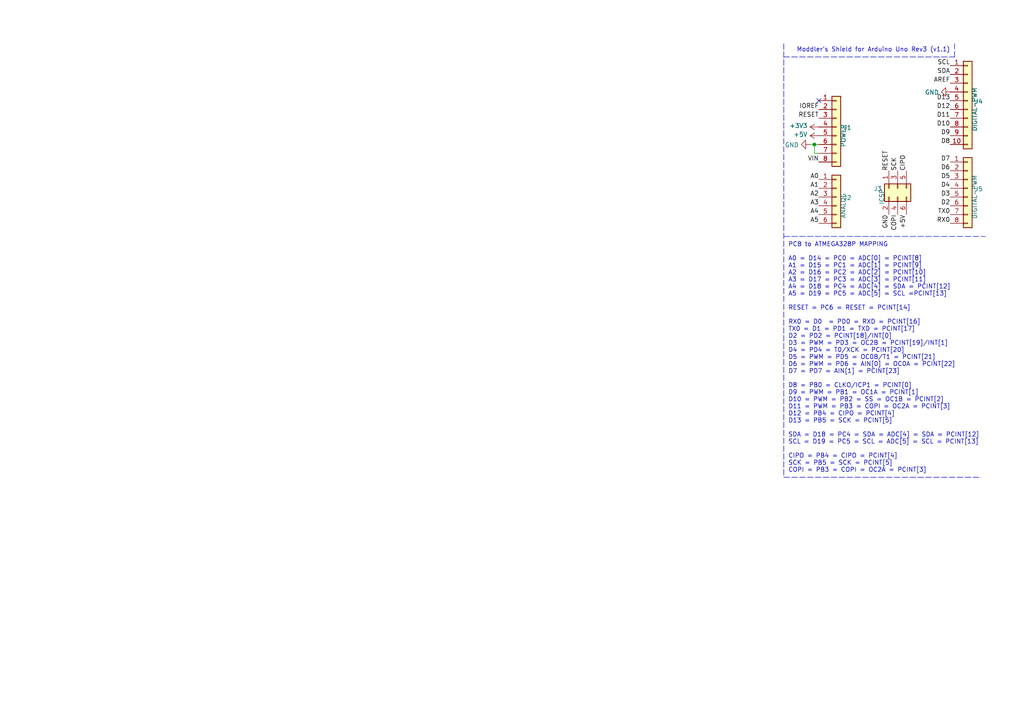
<source format=kicad_sch>
(kicad_sch (version 20211123) (generator eeschema)
  (paper "A4")
  (lib_symbols
    (symbol "Connector_Generic:Conn_01x06" (pin_names (offset 1.016) hide)
      (property "Reference" "J" (at 0 7.62 0))
      (property "Value" "Conn_01x06" (at 0 -10.16 0))
      (symbol "Conn_01x06_1_1"
        (rectangle (start -1.27 -7.493) (end 0 -7.747) (stroke (width 0.1524)))
        (rectangle (start -1.27 -4.953) (end 0 -5.207) (stroke (width 0.1524)))
        (rectangle (start -1.27 -2.413) (end 0 -2.667) (stroke (width 0.1524)))
        (rectangle (start -1.27 0.127) (end 0 -0.127) (stroke (width 0.1524)))
        (rectangle (start -1.27 2.667) (end 0 2.413) (stroke (width 0.1524)))
        (rectangle (start -1.27 5.207) (end 0 4.953) (stroke (width 0.1524)))
        (rectangle (start -1.27 6.35) (end 1.27 -8.89) (stroke (width 0.254)) (fill (type background)))
        (pin passive line (at -5.08 5.08 0) (length 3.81) (name "Pin_1") (number "1"))
        (pin passive line (at -5.08 2.54 0) (length 3.81) (name "Pin_2") (number "2"))
        (pin passive line (at -5.08 0 0) (length 3.81) (name "Pin_3") (number "3"))
        (pin passive line (at -5.08 -2.54 0) (length 3.81) (name "Pin_4") (number "4"))
        (pin passive line (at -5.08 -5.08 0) (length 3.81) (name "Pin_5") (number "5"))
        (pin passive line (at -5.08 -7.62 0) (length 3.81) (name "Pin_6") (number "6"))
      )
    )
    (symbol "Connector_Generic:Conn_01x08" (pin_names (offset 1.016) hide)
      (property "Reference" "J" (at 0 10.16 0))
      (property "Value" "Conn_01x08" (at 0 -12.7 0))
      (symbol "Conn_01x08_1_1"
        (rectangle (start -1.27 -10.033) (end 0 -10.287) (stroke (width 0.1524)))
        (rectangle (start -1.27 -7.493) (end 0 -7.747) (stroke (width 0.1524)))
        (rectangle (start -1.27 -4.953) (end 0 -5.207) (stroke (width 0.1524)))
        (rectangle (start -1.27 -2.413) (end 0 -2.667) (stroke (width 0.1524)))
        (rectangle (start -1.27 0.127) (end 0 -0.127) (stroke (width 0.1524)))
        (rectangle (start -1.27 2.667) (end 0 2.413) (stroke (width 0.1524)))
        (rectangle (start -1.27 5.207) (end 0 4.953) (stroke (width 0.1524)))
        (rectangle (start -1.27 7.747) (end 0 7.493) (stroke (width 0.1524)))
        (rectangle (start -1.27 8.89) (end 1.27 -11.43) (stroke (width 0.254)) (fill (type background)))
        (pin passive line (at -5.08 7.62 0) (length 3.81) (name "Pin_1") (number "1"))
        (pin passive line (at -5.08 5.08 0) (length 3.81) (name "Pin_2") (number "2"))
        (pin passive line (at -5.08 2.54 0) (length 3.81) (name "Pin_3") (number "3"))
        (pin passive line (at -5.08 0 0) (length 3.81) (name "Pin_4") (number "4"))
        (pin passive line (at -5.08 -2.54 0) (length 3.81) (name "Pin_5") (number "5"))
        (pin passive line (at -5.08 -5.08 0) (length 3.81) (name "Pin_6") (number "6"))
        (pin passive line (at -5.08 -7.62 0) (length 3.81) (name "Pin_7") (number "7"))
        (pin passive line (at -5.08 -10.16 0) (length 3.81) (name "Pin_8") (number "8"))
      )
    )
    (symbol "Connector_Generic:Conn_01x10" (pin_names (offset 1.016) hide)
      (property "Reference" "J" (at 0 12.7 0))
      (property "Value" "Conn_01x10" (at 0 -15.24 0))
      (symbol "Conn_01x10_1_1"
        (rectangle (start -1.27 -12.573) (end 0 -12.827) (stroke (width 0.1524)))
        (rectangle (start -1.27 -10.033) (end 0 -10.287) (stroke (width 0.1524)))
        (rectangle (start -1.27 -7.493) (end 0 -7.747) (stroke (width 0.1524)))
        (rectangle (start -1.27 -4.953) (end 0 -5.207) (stroke (width 0.1524)))
        (rectangle (start -1.27 -2.413) (end 0 -2.667) (stroke (width 0.1524)))
        (rectangle (start -1.27 0.127) (end 0 -0.127) (stroke (width 0.1524)))
        (rectangle (start -1.27 2.667) (end 0 2.413) (stroke (width 0.1524)))
        (rectangle (start -1.27 5.207) (end 0 4.953) (stroke (width 0.1524)))
        (rectangle (start -1.27 7.747) (end 0 7.493) (stroke (width 0.1524)))
        (rectangle (start -1.27 10.287) (end 0 10.033) (stroke (width 0.1524)))
        (rectangle (start -1.27 11.43) (end 1.27 -13.97) (stroke (width 0.254)) (fill (type background)))
        (pin passive line (at -5.08 10.16 0) (length 3.81) (name "Pin_1") (number "1"))
        (pin passive line (at -5.08 -12.7 0) (length 3.81) (name "Pin_10") (number "10"))
        (pin passive line (at -5.08 7.62 0) (length 3.81) (name "Pin_2") (number "2"))
        (pin passive line (at -5.08 5.08 0) (length 3.81) (name "Pin_3") (number "3"))
        (pin passive line (at -5.08 2.54 0) (length 3.81) (name "Pin_4") (number "4"))
        (pin passive line (at -5.08 0 0) (length 3.81) (name "Pin_5") (number "5"))
        (pin passive line (at -5.08 -2.54 0) (length 3.81) (name "Pin_6") (number "6"))
        (pin passive line (at -5.08 -5.08 0) (length 3.81) (name "Pin_7") (number "7"))
        (pin passive line (at -5.08 -7.62 0) (length 3.81) (name "Pin_8") (number "8"))
        (pin passive line (at -5.08 -10.16 0) (length 3.81) (name "Pin_9") (number "9"))
      )
    )
    (symbol "Connector_Generic:Conn_02x03_Odd_Even" (pin_names (offset 1.016) hide)
      (property "Reference" "J" (at 1.27 5.08 0))
      (property "Value" "Conn_02x03_Odd_Even" (at 1.27 -5.08 0))
      (symbol "Conn_02x03_Odd_Even_1_1"
        (rectangle (start -1.27 -2.413) (end 0 -2.667) (stroke (width 0.1524)))
        (rectangle (start -1.27 0.127) (end 0 -0.127) (stroke (width 0.1524)))
        (rectangle (start -1.27 2.667) (end 0 2.413) (stroke (width 0.1524)))
        (rectangle (start -1.27 3.81) (end 3.81 -3.81) (stroke (width 0.254)) (fill (type background)))
        (rectangle (start 3.81 -2.413) (end 2.54 -2.667) (stroke (width 0.1524)))
        (rectangle (start 3.81 0.127) (end 2.54 -0.127) (stroke (width 0.1524)))
        (rectangle (start 3.81 2.667) (end 2.54 2.413) (stroke (width 0.1524)))
        (pin passive line (at -5.08 2.54 0) (length 3.81) (name "Pin_1") (number "1"))
        (pin passive line (at 7.62 2.54 180) (length 3.81) (name "Pin_2") (number "2"))
        (pin passive line (at -5.08 0 0) (length 3.81) (name "Pin_3") (number "3"))
        (pin passive line (at 7.62 0 180) (length 3.81) (name "Pin_4") (number "4"))
        (pin passive line (at -5.08 -2.54 0) (length 3.81) (name "Pin_5") (number "5"))
        (pin passive line (at 7.62 -2.54 180) (length 3.81) (name "Pin_6") (number "6"))
      )
    )
    (symbol "power:+3.3V" (power) (pin_names (offset 0))
      (property "Value" "+3.3V" (at 0 3.556 0))
      (symbol "+3.3V_0_1"
        (polyline (pts (xy -0.762 1.27) (xy 0 2.54)))
        (polyline (pts (xy 0 0) (xy 0 2.54)))
        (polyline (pts (xy 0 2.54) (xy 0.762 1.27)))
      )
      (symbol "+3.3V_1_1"
        (pin power_in line (at 0 0 90) (length 0) hide (name "+3V3") (number "1"))
      )
    )
    (symbol "power:+5V" (power) (pin_names (offset 0))
      (property "Value" "+5V" (at 0 3.556 0))
      (symbol "+5V_0_1"
        (polyline (pts (xy -0.762 1.27) (xy 0 2.54)))
        (polyline (pts (xy 0 0) (xy 0 2.54)))
        (polyline (pts (xy 0 2.54) (xy 0.762 1.27)))
      )
      (symbol "+5V_1_1"
        (pin power_in line (at 0 0 90) (length 0) hide (name "+5V") (number "1"))
      )
    )
    (symbol "power:GND" (power) (pin_names (offset 0))
      (property "Value" "GND" (at 0 -3.81 0))
      (symbol "GND_0_1"
        (polyline (pts (xy 0 0) (xy 0 -1.27) (xy 1.27 -1.27) (xy 0 -2.54) (xy -1.27 -1.27) (xy 0 -1.27)))
      )
      (symbol "GND_1_1"
        (pin power_in line (at 0 0 270) (length 0) hide (name "GND") (number "1"))
      )
    )
  )
  (junction (at 236.22 41.91))
  (no_connect (at 237.49 29.21))
  (polyline (pts (xy 227.33 16.51) (xy 276.86 16.51)))
  (wire (pts (xy 236.22 44.45) (xy 236.22 41.91)))
  (wire (pts (xy 236.22 41.91) (xy 234.95 41.91)))
  (polyline (pts (xy 227.33 12.7) (xy 227.33 138.43)))
  (polyline (pts (xy 276.86 16.51) (xy 276.86 12.7)))
  (wire (pts (xy 237.49 44.45) (xy 236.22 44.45)))
  (wire (pts (xy 237.49 41.91) (xy 236.22 41.91)))
  (polyline (pts (xy 227.33 138.43) (xy 284.48 138.43)))
  (polyline (pts (xy 227.33 68.58) (xy 285.75 68.58)))
  (text "PCB to ATMEGA328P MAPPING\n\nA0 = D14 = PC0 = ADC[0] = PCINT[8]\nA1 = D15 = PC1 = ADC[1] = PCINT[9]\nA2 = D16 = PC2 = ADC[2] = PCINT[10]\nA3 = D17 = PC3 = ADC[3] = PCINT[11]\nA4 = D18 = PC4 = ADC[4] = SDA = PCINT[12]\nA5 = D19 = PC5 = ADC[5] = SCL =PCINT[13]\n\nRESET = PC6 = RESET = PCINT[14]\n\nRX0 = D0  = PD0 = RXD = PCINT[16]\nTX0 = D1 = PD1 = TXD = PCINT[17]\nD2 = PD2 = PCINT[18]/INT[0]\nD3 = PWM = PD3 = OC2B = PCINT[19]/INT[1]\nD4 = PD4 = T0/XCK = PCINT[20]\nD5 = PWM = PD5 = OC0B/T1 = PCINT[21]\nD6 = PWM = PD6 = AIN[0] = OC0A = PCINT[22]\nD7 = PD7 = AIN[1] = PCINT[23]\n\nD8 = PB0 = CLKO/ICP1 = PCINT[0]\nD9 = PWM = PB1 = OC1A = PCINT[1]\nD10 = PWM = PB2 = SS = OC1B = PCINT[2]\nD11 = PWM = PB3 = COPI = OC2A = PCINT[3]\nD12 = PB4 = CIPO = PCINT[4]\nD13 = PB5 = SCK = PCINT[5]\n\nSDA = D18 = PC4 = SDA = ADC[4] = SDA = PCINT[12]\nSCL = D19 = PC5 = SCL = ADC[5] = SCL = PCINT[13]\n\nCIPO = PB4 = CIPO = PCINT[4]\nSCK = PB5 = SCK = PCINT[5]\nCOPI = PB3 = COPI = OC2A = PCINT[3]" (at 228.6 137.16 0) (effects (font (size 1.27 1.27)) (justify left bottom)))
  (text "Moddler’s Shield for Arduino Uno Rev3 (v1.1)" (at 275.59 15.24 180) (effects (font (size 1.27 1.27)) (justify right bottom)))
  (label "A4" (at 237.49 62.23 180))
  (label "D9" (at 275.59 39.37 180))
  (label "SDA" (at 275.59 21.59 180))
  (label "D3" (at 275.59 57.15 180))
  (label "D11" (at 275.59 34.29 180))
  (label "D13" (at 275.59 29.21 180))
  (label "COPI" (at 260.35 62.23 270))
  (label "D6" (at 275.59 49.53 180))
  (label "A0" (at 237.49 52.07 180))
  (label "A3" (at 237.49 59.69 180))
  (label "GND" (at 257.81 62.23 270))
  (label "RESET" (at 237.49 34.29 180))
  (label "D12" (at 275.59 31.75 180))
  (label "SCK" (at 260.35 49.53 90))
  (label "TX0" (at 275.59 62.23 180))
  (label "A5" (at 237.49 64.77 180))
  (label "IOREF" (at 237.49 31.75 180))
  (label "D2" (at 275.59 59.69 180))
  (label "SCL" (at 275.59 19.05 180))
  (label "D4" (at 275.59 54.61 180))
  (label "RX0" (at 275.59 64.77 180))
  (label "D5" (at 275.59 52.07 180))
  (label "D10" (at 275.59 36.83 180))
  (label "D8" (at 275.59 41.91 180))
  (label "D7" (at 275.59 46.99 180))
  (label "+5V" (at 262.89 62.23 270))
  (label "A1" (at 237.49 54.61 180))
  (label "AREF" (at 275.59 24.13 180))
  (label "CIPO" (at 262.89 49.53 90))
  (label "VIN" (at 237.49 46.99 180))
  (label "RESET" (at 257.81 49.53 90))
  (label "A2" (at 237.49 57.15 180))
  (symbol (lib_id "Connector_Generic:Conn_01x08") (at 242.57 36.83 0) (unit 1)
    (property "Reference" "J1" (at 244.602 37.0332 0) (effects (justify left)))
    (property "Value" "POWER" (at 244.602 39.3446 90))
    (property "Footprint" "Connector_PinHeader_2.54mm:PinHeader_1x08_P2.54mm_Vertical" (effects hide))
  )
  (symbol (lib_id "Connector_Generic:Conn_01x08") (at 280.67 54.61 0) (unit 1)
    (property "Reference" "J5" (at 282.702 54.8132 0) (effects (justify left)))
    (property "Value" "DIGITAL-PWM" (at 282.702 57.1246 90))
    (property "Footprint" "Connector_PinHeader_2.54mm:PinHeader_1x08_P2.54mm_Vertical" (effects hide))
  )
  (symbol (lib_id "power:GND") (at 234.95 41.91 270) (unit 1)
    (property "Reference" "#PWR01" (effects hide))
    (property "Value" "GND" (at 231.6988 42.037 90) (effects (justify right)))
  )
  (symbol (lib_id "power:+5V") (at 237.49 39.37 90) (unit 1)
    (property "Reference" "#PWR03" (effects hide))
    (property "Value" "+5V" (at 234.2388 38.989 90) (effects (justify left)))
  )
  (symbol (lib_id "power:+3.3V") (at 237.49 36.83 90) (unit 1)
    (property "Reference" "#PWR02" (effects hide))
    (property "Value" "+3.3V" (at 234.2388 36.449 90) (effects (justify left)))
  )
  (symbol (lib_id "Connector_Generic:Conn_01x10") (at 280.67 29.21 0) (unit 1)
    (property "Reference" "J4" (at 282.702 29.4132 0) (effects (justify left)))
    (property "Value" "DIGITAL-PWM" (at 282.702 31.7246 90))
    (property "Footprint" "Connector_PinHeader_2.54mm:PinHeader_1x10_P2.54mm_Vertical" (effects hide))
  )
  (symbol (lib_id "power:GND") (at 275.59 26.67 270) (unit 1)
    (property "Reference" "#PWR04" (effects hide))
    (property "Value" "GND" (at 272.3388 26.797 90) (effects (justify right)))
  )
  (symbol (lib_id "Connector_Generic:Conn_02x03_Odd_Even") (at 260.35 54.61 90) (mirror x) (unit 1)
    (property "Reference" "J3" (at 255.778 54.7116 90) (effects (justify left)))
    (property "Value" "ICSP" (at 255.778 57.023 0))
    (property "Footprint" "Connector_PinHeader_2.54mm:PinHeader_2x03_P2.54mm_Vertical" (effects hide))
  )
  (symbol (lib_id "Connector_Generic:Conn_01x06") (at 242.57 57.15 0) (unit 1)
    (property "Reference" "J2" (at 244.602 57.3532 0) (effects (justify left)))
    (property "Value" "ANALOG" (at 244.602 59.6646 90))
    (property "Footprint" "Connector_PinHeader_2.54mm:PinHeader_1x06_P2.54mm_Vertical" (effects hide))
  )
)
</source>
